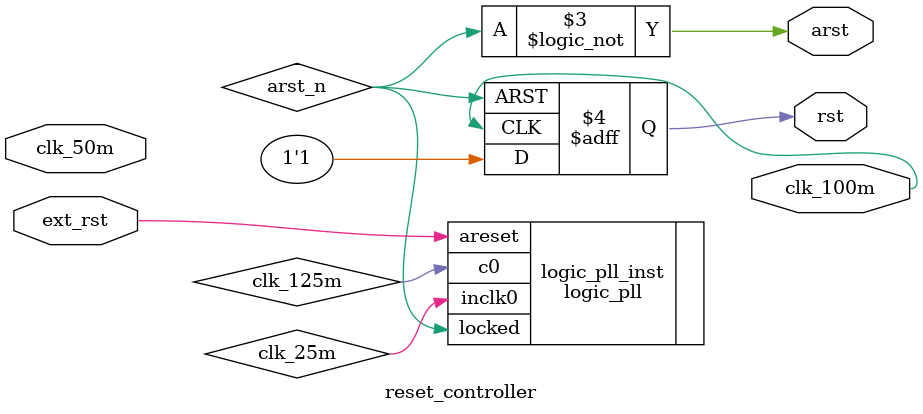
<source format=sv>

`timescale 1 ns / 1 ps


module reset_controller (
	input wire clk_50m,
	input wire ext_rst,  // external async reset
	
	output wire clk_100m,
	output wire rst,
	output wire arst
);

logic rst_100m, arst_n;

logic_pll logic_pll_inst(
	.inclk0   ( clk_25m ),
	.areset   ( ext_rst ),
	.c0 ( clk_125m ),
	.locked   ( arst_n )
);

always_ff @ (posedge clk_100m or negedge arst_n) begin
	if (!arst_n) {rst_100m, rst} <= 2'b00;
	else {rst_100m, rst} <= {rst, 1'b1};
end

assign arst = !arst_n;

endmodule
</source>
